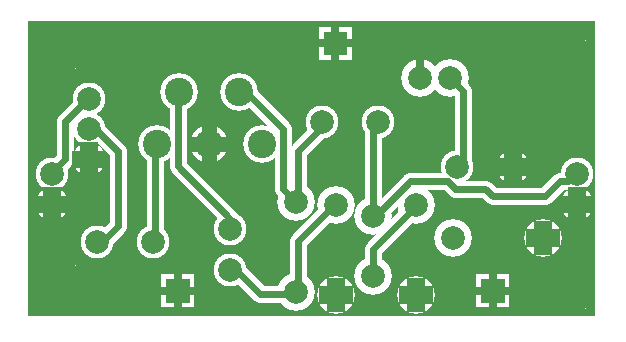
<source format=gbr>
%FSLAX34Y34*%
%MOMM*%
%LNCOPPER_BOTTOM*%
G71*
G01*
%ADD10C,3.200*%
%ADD11C,2.800*%
%ADD12C,3.200*%
%ADD13C,1.400*%
%ADD14C,4.200*%
%ADD15C,1.264*%
%ADD16C,1.507*%
%ADD17C,0.667*%
%ADD18C,0.813*%
%ADD19C,2.973*%
%ADD20C,2.400*%
%ADD21C,2.000*%
%ADD22C,0.600*%
%ADD23C,4.000*%
%LPD*%
G36*
X0Y250000D02*
X480000Y250000D01*
X480000Y0D01*
X0Y0D01*
X0Y250000D01*
G37*
%LPC*%
X128270Y189800D02*
G54D10*
D03*
X179070Y189800D02*
G54D10*
D03*
X153670Y145350D02*
G54D10*
D03*
X198120Y145350D02*
G54D10*
D03*
X109220Y145350D02*
G54D10*
D03*
X52070Y158050D02*
G54D11*
D03*
X52070Y132650D02*
G54D11*
D03*
X52070Y183450D02*
G54D11*
D03*
X226695Y96965D02*
G54D12*
D03*
X226645Y20715D02*
G54D12*
D03*
X260955Y18023D02*
G54D12*
D03*
X261005Y94273D02*
G54D12*
D03*
X292431Y33957D02*
G54D12*
D03*
X292319Y84937D02*
G54D12*
D03*
X58332Y62800D02*
G54D11*
D03*
X106132Y62800D02*
G54D11*
D03*
X359957Y66410D02*
G54D12*
D03*
X436207Y66360D02*
G54D12*
D03*
X411020Y126300D02*
G54D11*
D03*
X363220Y126300D02*
G54D11*
D03*
X171176Y38856D02*
G54D11*
D03*
X171176Y73956D02*
G54D11*
D03*
X296720Y164400D02*
G54D11*
D03*
X248920Y164400D02*
G54D11*
D03*
X328602Y18078D02*
G54D12*
D03*
X328652Y94328D02*
G54D12*
D03*
X331925Y201775D02*
G54D12*
D03*
X357425Y201775D02*
G54D12*
D03*
X464820Y94550D02*
G54D11*
D03*
X464820Y119950D02*
G54D11*
D03*
X20320Y119950D02*
G54D11*
D03*
X20320Y94550D02*
G54D11*
D03*
X260955Y18023D02*
G54D11*
D03*
X328602Y18078D02*
G54D11*
D03*
X411020Y126300D02*
G54D11*
D03*
X436207Y66360D02*
G54D11*
D03*
X464820Y94550D02*
G54D11*
D03*
G54D13*
X20320Y119950D02*
X19050Y120650D01*
X31750Y133350D01*
X31750Y165100D01*
X50800Y184150D01*
X52070Y183450D01*
G54D13*
X64682Y62800D02*
X63500Y63500D01*
X76200Y76200D01*
X76200Y139700D01*
X57150Y158750D01*
X50800Y158750D01*
X52070Y158050D01*
G54D13*
X99782Y62800D02*
X101600Y63500D01*
X107950Y69850D01*
X107950Y146050D01*
X109220Y145350D01*
G54D13*
X171176Y80306D02*
X171450Y82550D01*
X127000Y127000D01*
X127000Y190500D01*
X128270Y189800D01*
G54D13*
X226695Y96965D02*
X228600Y95250D01*
X215900Y107950D01*
X215900Y158750D01*
X184150Y190500D01*
X177800Y190500D01*
X179070Y189800D01*
G54D13*
X171176Y45206D02*
X171450Y44450D01*
X196850Y19050D01*
X228600Y19050D01*
X226645Y20715D01*
G54D13*
X261005Y94273D02*
X260350Y95250D01*
X228600Y63500D01*
X228600Y19050D01*
X226645Y20715D01*
G54D13*
X255270Y164400D02*
X254000Y165100D01*
X228600Y139700D01*
X228600Y95250D01*
X226695Y96965D01*
G54D13*
X290370Y164400D02*
X292100Y165100D01*
X292100Y82550D01*
X292319Y84937D01*
G54D13*
X464820Y119950D02*
X463550Y120650D01*
X457200Y114300D01*
X450850Y114300D01*
X438150Y101600D01*
X393700Y101600D01*
X387350Y107950D01*
X361950Y107950D01*
X355600Y114300D01*
X323850Y114300D01*
X292100Y82550D01*
X292319Y84937D01*
G54D13*
X328652Y94328D02*
X330200Y95250D01*
X292100Y57150D01*
X292100Y31750D01*
X292431Y33957D01*
G54D13*
X357425Y201775D02*
X355600Y203200D01*
X368300Y190500D01*
X368300Y127000D01*
X369570Y126300D01*
G36*
X246350Y244950D02*
X274350Y244950D01*
X274350Y216950D01*
X246350Y216950D01*
X246350Y244950D01*
G37*
X457200Y218250D02*
G54D14*
D03*
X457200Y21400D02*
G54D14*
D03*
X25400Y224600D02*
G54D14*
D03*
X25400Y27750D02*
G54D14*
D03*
G36*
X113000Y35400D02*
X141000Y35400D01*
X141000Y7400D01*
X113000Y7400D01*
X113000Y35400D01*
G37*
G36*
X379700Y35400D02*
X407700Y35400D01*
X407700Y7400D01*
X379700Y7400D01*
X379700Y35400D01*
G37*
%LPD*%
G54D15*
G36*
X147350Y145350D02*
X147350Y161850D01*
X159990Y161850D01*
X159990Y145350D01*
X147350Y145350D01*
G37*
G36*
X153670Y151670D02*
X170170Y151670D01*
X170170Y139030D01*
X153670Y139030D01*
X153670Y151670D01*
G37*
G36*
X159990Y145350D02*
X159990Y128850D01*
X147350Y128850D01*
X147350Y145350D01*
X159990Y145350D01*
G37*
G36*
X153670Y139030D02*
X137170Y139030D01*
X137170Y151670D01*
X153670Y151670D01*
X153670Y139030D01*
G37*
G54D16*
G36*
X44537Y132650D02*
X44537Y147150D01*
X59603Y147150D01*
X59603Y132650D01*
X44537Y132650D01*
G37*
G36*
X52070Y140183D02*
X66570Y140183D01*
X66570Y125117D01*
X52070Y125117D01*
X52070Y140183D01*
G37*
G36*
X59603Y132650D02*
X59603Y118150D01*
X44537Y118150D01*
X44537Y132650D01*
X59603Y132650D01*
G37*
G36*
X52070Y125117D02*
X37570Y125117D01*
X37570Y140183D01*
X52070Y140183D01*
X52070Y125117D01*
G37*
G54D17*
G36*
X328592Y201775D02*
X328592Y218275D01*
X335258Y218275D01*
X335258Y201775D01*
X328592Y201775D01*
G37*
G54D18*
G54D16*
G36*
X12787Y94550D02*
X12787Y109050D01*
X27853Y109050D01*
X27853Y94550D01*
X12787Y94550D01*
G37*
G36*
X20320Y102083D02*
X34820Y102083D01*
X34820Y87017D01*
X20320Y87017D01*
X20320Y102083D01*
G37*
G36*
X27853Y94550D02*
X27853Y80050D01*
X12787Y80050D01*
X12787Y94550D01*
X27853Y94550D01*
G37*
G36*
X20320Y87017D02*
X5820Y87017D01*
X5820Y102083D01*
X20320Y102083D01*
X20320Y87017D01*
G37*
G54D16*
G36*
X253422Y18023D02*
X253422Y32523D01*
X268489Y32523D01*
X268489Y18023D01*
X253422Y18023D01*
G37*
G36*
X260955Y25556D02*
X275455Y25556D01*
X275455Y10490D01*
X260955Y10490D01*
X260955Y25556D01*
G37*
G36*
X268489Y18023D02*
X268489Y3523D01*
X253422Y3523D01*
X253422Y18023D01*
X268489Y18023D01*
G37*
G36*
X260955Y10490D02*
X246455Y10490D01*
X246455Y25556D01*
X260955Y25556D01*
X260955Y10490D01*
G37*
G54D16*
G36*
X321069Y18078D02*
X321069Y32578D01*
X336136Y32578D01*
X336136Y18078D01*
X321069Y18078D01*
G37*
G36*
X328602Y25611D02*
X343102Y25611D01*
X343102Y10545D01*
X328602Y10545D01*
X328602Y25611D01*
G37*
G36*
X336136Y18078D02*
X336136Y3578D01*
X321069Y3578D01*
X321069Y18078D01*
X336136Y18078D01*
G37*
G36*
X328602Y10545D02*
X314102Y10545D01*
X314102Y25611D01*
X328602Y25611D01*
X328602Y10545D01*
G37*
G54D16*
G36*
X403487Y126300D02*
X403487Y140800D01*
X418553Y140800D01*
X418553Y126300D01*
X403487Y126300D01*
G37*
G36*
X411020Y133833D02*
X425520Y133833D01*
X425520Y118767D01*
X411020Y118767D01*
X411020Y133833D01*
G37*
G36*
X418553Y126300D02*
X418553Y111800D01*
X403487Y111800D01*
X403487Y126300D01*
X418553Y126300D01*
G37*
G36*
X411020Y118767D02*
X396520Y118767D01*
X396520Y133833D01*
X411020Y133833D01*
X411020Y118767D01*
G37*
G54D16*
G36*
X428674Y66360D02*
X428674Y80860D01*
X443740Y80860D01*
X443740Y66360D01*
X428674Y66360D01*
G37*
G36*
X436207Y73893D02*
X450707Y73893D01*
X450707Y58827D01*
X436207Y58827D01*
X436207Y73893D01*
G37*
G36*
X443740Y66360D02*
X443740Y51860D01*
X428674Y51860D01*
X428674Y66360D01*
X443740Y66360D01*
G37*
G36*
X436207Y58827D02*
X421707Y58827D01*
X421707Y73893D01*
X436207Y73893D01*
X436207Y58827D01*
G37*
G54D16*
G36*
X457287Y94550D02*
X457287Y109050D01*
X472353Y109050D01*
X472353Y94550D01*
X457287Y94550D01*
G37*
G36*
X464820Y102083D02*
X479320Y102083D01*
X479320Y87017D01*
X464820Y87017D01*
X464820Y102083D01*
G37*
G36*
X472353Y94550D02*
X472353Y80050D01*
X457287Y80050D01*
X457287Y94550D01*
X472353Y94550D01*
G37*
G36*
X464820Y87017D02*
X450320Y87017D01*
X450320Y102083D01*
X464820Y102083D01*
X464820Y87017D01*
G37*
G54D17*
G36*
X257017Y230950D02*
X257017Y245450D01*
X263683Y245450D01*
X263683Y230950D01*
X257017Y230950D01*
G37*
G36*
X260350Y234283D02*
X274850Y234283D01*
X274850Y227617D01*
X260350Y227617D01*
X260350Y234283D01*
G37*
G36*
X263683Y230950D02*
X263683Y216450D01*
X257017Y216450D01*
X257017Y230950D01*
X263683Y230950D01*
G37*
G36*
X260350Y227617D02*
X245850Y227617D01*
X245850Y234283D01*
X260350Y234283D01*
X260350Y227617D01*
G37*
G54D19*
G36*
X457200Y233117D02*
X478700Y233117D01*
X478700Y203383D01*
X457200Y203383D01*
X457200Y233117D01*
G37*
G36*
X472067Y218250D02*
X472067Y196750D01*
X442333Y196750D01*
X442333Y218250D01*
X472067Y218250D01*
G37*
G36*
X457200Y203383D02*
X435700Y203383D01*
X435700Y233117D01*
X457200Y233117D01*
X457200Y203383D01*
G37*
G36*
X442333Y218250D02*
X442333Y239750D01*
X472067Y239750D01*
X472067Y218250D01*
X442333Y218250D01*
G37*
G54D19*
G36*
X457200Y36267D02*
X478700Y36267D01*
X478700Y6533D01*
X457200Y6533D01*
X457200Y36267D01*
G37*
G36*
X472067Y21400D02*
X472067Y-100D01*
X442333Y-100D01*
X442333Y21400D01*
X472067Y21400D01*
G37*
G36*
X457200Y6533D02*
X435700Y6533D01*
X435700Y36267D01*
X457200Y36267D01*
X457200Y6533D01*
G37*
G36*
X442333Y21400D02*
X442333Y42900D01*
X472067Y42900D01*
X472067Y21400D01*
X442333Y21400D01*
G37*
G54D19*
G36*
X25400Y239467D02*
X46900Y239467D01*
X46900Y209733D01*
X25400Y209733D01*
X25400Y239467D01*
G37*
G36*
X40267Y224600D02*
X40267Y203100D01*
X10533Y203100D01*
X10533Y224600D01*
X40267Y224600D01*
G37*
G36*
X25400Y209733D02*
X3900Y209733D01*
X3900Y239467D01*
X25400Y239467D01*
X25400Y209733D01*
G37*
G36*
X10533Y224600D02*
X10533Y246100D01*
X40267Y246100D01*
X40267Y224600D01*
X10533Y224600D01*
G37*
G54D19*
G36*
X25400Y42617D02*
X46900Y42617D01*
X46900Y12883D01*
X25400Y12883D01*
X25400Y42617D01*
G37*
G36*
X40267Y27750D02*
X40267Y6250D01*
X10533Y6250D01*
X10533Y27750D01*
X40267Y27750D01*
G37*
G36*
X25400Y12883D02*
X3900Y12883D01*
X3900Y42617D01*
X25400Y42617D01*
X25400Y12883D01*
G37*
G36*
X10533Y27750D02*
X10533Y49250D01*
X40267Y49250D01*
X40267Y27750D01*
X10533Y27750D01*
G37*
G54D17*
G36*
X123667Y21400D02*
X123667Y35900D01*
X130333Y35900D01*
X130333Y21400D01*
X123667Y21400D01*
G37*
G36*
X127000Y24733D02*
X141500Y24733D01*
X141500Y18067D01*
X127000Y18067D01*
X127000Y24733D01*
G37*
G36*
X130333Y21400D02*
X130333Y6900D01*
X123667Y6900D01*
X123667Y21400D01*
X130333Y21400D01*
G37*
G36*
X127000Y18067D02*
X112500Y18067D01*
X112500Y24733D01*
X127000Y24733D01*
X127000Y18067D01*
G37*
G54D17*
G36*
X390367Y21400D02*
X390367Y35900D01*
X397033Y35900D01*
X397033Y21400D01*
X390367Y21400D01*
G37*
G36*
X393700Y24733D02*
X408200Y24733D01*
X408200Y18067D01*
X393700Y18067D01*
X393700Y24733D01*
G37*
G36*
X397033Y21400D02*
X397033Y6900D01*
X390367Y6900D01*
X390367Y21400D01*
X397033Y21400D01*
G37*
G36*
X393700Y18067D02*
X379200Y18067D01*
X379200Y24733D01*
X393700Y24733D01*
X393700Y18067D01*
G37*
X128270Y189800D02*
G54D20*
D03*
X179070Y189800D02*
G54D20*
D03*
X153670Y145350D02*
G54D20*
D03*
X198120Y145350D02*
G54D20*
D03*
X109220Y145350D02*
G54D20*
D03*
X52070Y158050D02*
G54D21*
D03*
X52070Y132650D02*
G54D21*
D03*
X52070Y183450D02*
G54D21*
D03*
X226695Y96965D02*
G54D21*
D03*
X226645Y20715D02*
G54D21*
D03*
X260955Y18023D02*
G54D21*
D03*
X261005Y94273D02*
G54D21*
D03*
X292431Y33957D02*
G54D21*
D03*
X292319Y84937D02*
G54D21*
D03*
X58332Y62800D02*
G54D21*
D03*
X106132Y62800D02*
G54D21*
D03*
X359957Y66410D02*
G54D21*
D03*
X436207Y66360D02*
G54D21*
D03*
X411020Y126300D02*
G54D21*
D03*
X363220Y126300D02*
G54D21*
D03*
X171176Y38856D02*
G54D21*
D03*
X171176Y73956D02*
G54D21*
D03*
X296720Y164400D02*
G54D21*
D03*
X248920Y164400D02*
G54D21*
D03*
X328602Y18078D02*
G54D21*
D03*
X328652Y94328D02*
G54D21*
D03*
X331925Y201775D02*
G54D21*
D03*
X357425Y201775D02*
G54D21*
D03*
X464820Y94550D02*
G54D21*
D03*
X464820Y119950D02*
G54D21*
D03*
X20320Y119950D02*
G54D21*
D03*
X20320Y94550D02*
G54D21*
D03*
X260955Y18023D02*
G54D21*
D03*
X328602Y18078D02*
G54D21*
D03*
X411020Y126300D02*
G54D21*
D03*
X436207Y66360D02*
G54D21*
D03*
X464820Y94550D02*
G54D21*
D03*
G54D22*
X20320Y119950D02*
X19050Y120650D01*
X31750Y133350D01*
X31750Y165100D01*
X50800Y184150D01*
X52070Y183450D01*
G54D22*
X64682Y62800D02*
X63500Y63500D01*
X76200Y76200D01*
X76200Y139700D01*
X57150Y158750D01*
X50800Y158750D01*
X52070Y158050D01*
G54D22*
X99782Y62800D02*
X101600Y63500D01*
X107950Y69850D01*
X107950Y146050D01*
X109220Y145350D01*
G54D22*
X171176Y80306D02*
X171450Y82550D01*
X127000Y127000D01*
X127000Y190500D01*
X128270Y189800D01*
G54D22*
X226695Y96965D02*
X228600Y95250D01*
X215900Y107950D01*
X215900Y158750D01*
X184150Y190500D01*
X177800Y190500D01*
X179070Y189800D01*
G54D22*
X171176Y45206D02*
X171450Y44450D01*
X196850Y19050D01*
X228600Y19050D01*
X226645Y20715D01*
G54D22*
X261005Y94273D02*
X260350Y95250D01*
X228600Y63500D01*
X228600Y19050D01*
X226645Y20715D01*
G54D22*
X255270Y164400D02*
X254000Y165100D01*
X228600Y139700D01*
X228600Y95250D01*
X226695Y96965D01*
G54D22*
X290370Y164400D02*
X292100Y165100D01*
X292100Y82550D01*
X292319Y84937D01*
G54D22*
X464820Y119950D02*
X463550Y120650D01*
X457200Y114300D01*
X450850Y114300D01*
X438150Y101600D01*
X393700Y101600D01*
X387350Y107950D01*
X361950Y107950D01*
X355600Y114300D01*
X323850Y114300D01*
X292100Y82550D01*
X292319Y84937D01*
G54D22*
X328652Y94328D02*
X330200Y95250D01*
X292100Y57150D01*
X292100Y31750D01*
X292431Y33957D01*
G54D22*
X357425Y201775D02*
X355600Y203200D01*
X368300Y190500D01*
X368300Y127000D01*
X369570Y126300D01*
G36*
X250350Y240950D02*
X270350Y240950D01*
X270350Y220950D01*
X250350Y220950D01*
X250350Y240950D01*
G37*
X457200Y218250D02*
G54D23*
D03*
X457200Y21400D02*
G54D23*
D03*
X25400Y224600D02*
G54D23*
D03*
X25400Y27750D02*
G54D23*
D03*
G36*
X117000Y31400D02*
X137000Y31400D01*
X137000Y11400D01*
X117000Y11400D01*
X117000Y31400D01*
G37*
G36*
X383700Y31400D02*
X403700Y31400D01*
X403700Y11400D01*
X383700Y11400D01*
X383700Y31400D01*
G37*
M02*

</source>
